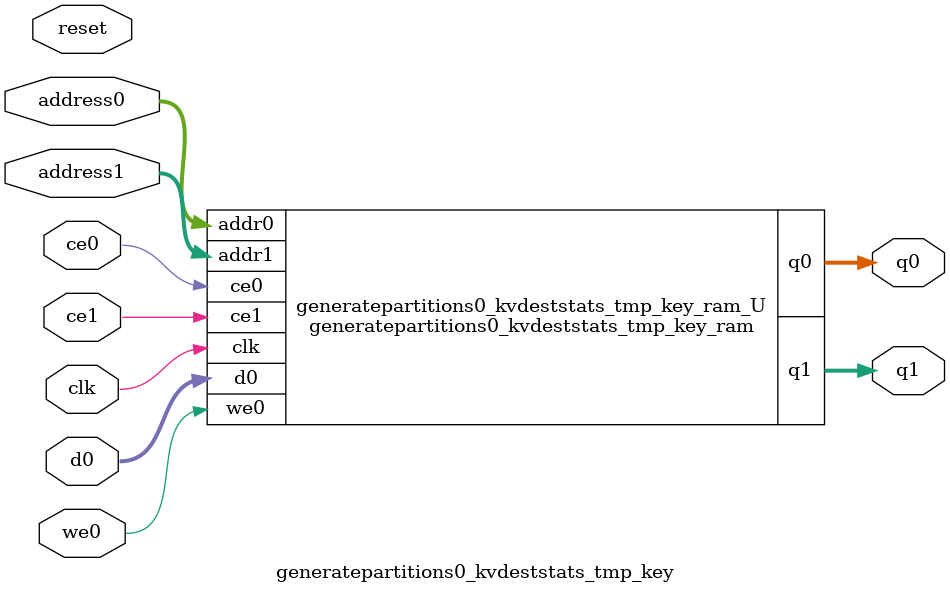
<source format=v>
`timescale 1 ns / 1 ps
module generatepartitions0_kvdeststats_tmp_key_ram (addr0, ce0, d0, we0, q0, addr1, ce1, q1,  clk);

parameter DWIDTH = 32;
parameter AWIDTH = 5;
parameter MEM_SIZE = 32;

input[AWIDTH-1:0] addr0;
input ce0;
input[DWIDTH-1:0] d0;
input we0;
output reg[DWIDTH-1:0] q0;
input[AWIDTH-1:0] addr1;
input ce1;
output reg[DWIDTH-1:0] q1;
input clk;

(* ram_style = "block" *)reg [DWIDTH-1:0] ram[0:MEM_SIZE-1];




always @(posedge clk)  
begin 
    if (ce0) 
    begin
        if (we0) 
        begin 
            ram[addr0] <= d0; 
        end 
        q0 <= ram[addr0];
    end
end


always @(posedge clk)  
begin 
    if (ce1) 
    begin
        q1 <= ram[addr1];
    end
end


endmodule

`timescale 1 ns / 1 ps
module generatepartitions0_kvdeststats_tmp_key(
    reset,
    clk,
    address0,
    ce0,
    we0,
    d0,
    q0,
    address1,
    ce1,
    q1);

parameter DataWidth = 32'd32;
parameter AddressRange = 32'd32;
parameter AddressWidth = 32'd5;
input reset;
input clk;
input[AddressWidth - 1:0] address0;
input ce0;
input we0;
input[DataWidth - 1:0] d0;
output[DataWidth - 1:0] q0;
input[AddressWidth - 1:0] address1;
input ce1;
output[DataWidth - 1:0] q1;



generatepartitions0_kvdeststats_tmp_key_ram generatepartitions0_kvdeststats_tmp_key_ram_U(
    .clk( clk ),
    .addr0( address0 ),
    .ce0( ce0 ),
    .we0( we0 ),
    .d0( d0 ),
    .q0( q0 ),
    .addr1( address1 ),
    .ce1( ce1 ),
    .q1( q1 ));

endmodule


</source>
